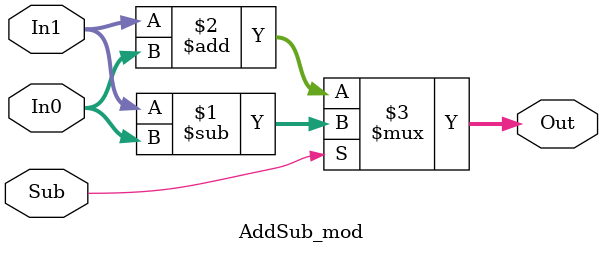
<source format=v>
module AddSub_mod #(parameter SIZE = 8) (
	
	input Sub,
	input [SIZE-1:0] In1, In0,
	output [SIZE-1:0] Out
	);

	
	assign Out = Sub?(In1-In0):(In1+In0);
	





endmodule

</source>
